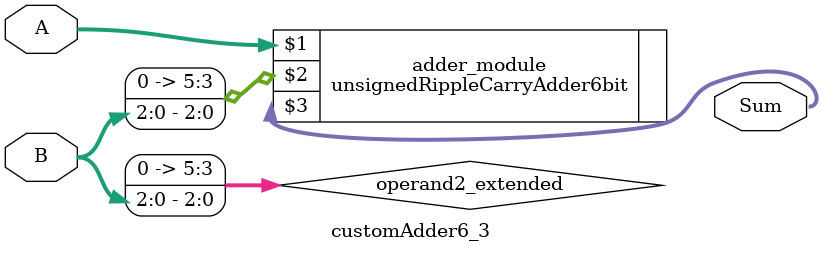
<source format=v>

module customAdder6_3(
                    input [5 : 0] A,
                    input [2 : 0] B,
                    
                    output [6 : 0] Sum
            );

    wire [5 : 0] operand2_extended;
    
    assign operand2_extended =  {3'b0, B};
    
    unsignedRippleCarryAdder6bit adder_module(
        A,
        operand2_extended,
        Sum
    );
    
endmodule
        
</source>
